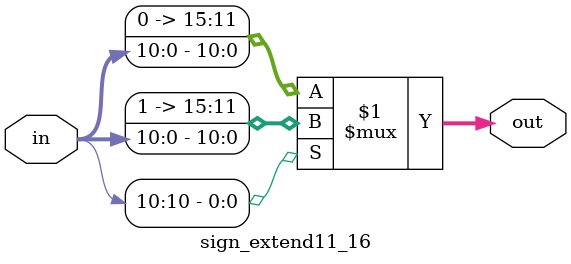
<source format=v>
module sign_extend11_16(in, out);
input [10:0] in;
output [15:0] out;

assign out = in[10] ? {5'h1F,in} : {5'h00,in};

endmodule

</source>
